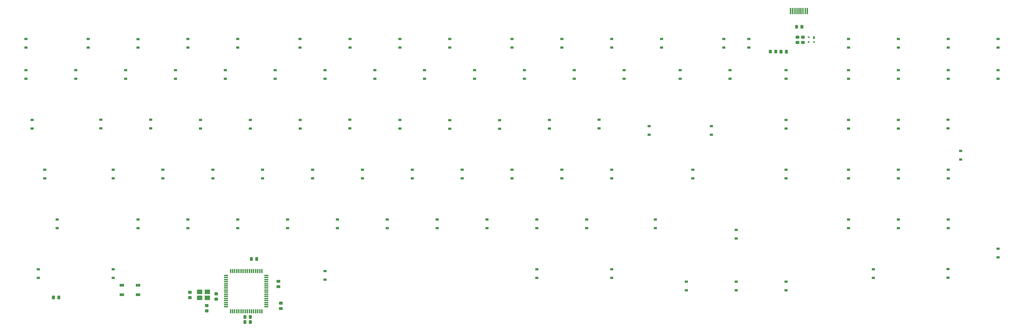
<source format=gbr>
%TF.GenerationSoftware,KiCad,Pcbnew,(5.1.6)-1*%
%TF.CreationDate,2020-07-26T12:10:16+02:00*%
%TF.ProjectId,Proyecto CFS,50726f79-6563-4746-9f20-4346532e6b69,rev?*%
%TF.SameCoordinates,Original*%
%TF.FileFunction,Paste,Bot*%
%TF.FilePolarity,Positive*%
%FSLAX46Y46*%
G04 Gerber Fmt 4.6, Leading zero omitted, Abs format (unit mm)*
G04 Created by KiCad (PCBNEW (5.1.6)-1) date 2020-07-26 12:10:16*
%MOMM*%
%LPD*%
G01*
G04 APERTURE LIST*
%ADD10R,0.600000X2.450000*%
%ADD11R,0.300000X2.450000*%
%ADD12R,1.200000X0.900000*%
%ADD13R,2.100000X1.800000*%
%ADD14R,1.800000X1.100000*%
%ADD15R,0.700000X1.000000*%
%ADD16R,0.700000X0.600000*%
%ADD17R,1.500000X0.550000*%
%ADD18R,0.550000X1.500000*%
G04 APERTURE END LIST*
D10*
%TO.C,USB1*%
X286675000Y-75800000D03*
X280225000Y-75800000D03*
X285900000Y-75800000D03*
X281000000Y-75800000D03*
D11*
X281700000Y-75800000D03*
X285200000Y-75800000D03*
X282200000Y-75800000D03*
X284700000Y-75800000D03*
X282700000Y-75800000D03*
X284200000Y-75800000D03*
X283700000Y-75800000D03*
X283200000Y-75800000D03*
%TD*%
D12*
%TO.C,D101*%
X359568750Y-169987500D03*
X359568750Y-166687500D03*
%TD*%
%TO.C,D99*%
X359575000Y-101650000D03*
X359575000Y-98350000D03*
%TD*%
%TO.C,D97*%
X340500000Y-177830000D03*
X340500000Y-174530000D03*
%TD*%
%TO.C,D95*%
X340518750Y-139751250D03*
X340518750Y-136451250D03*
%TD*%
%TO.C,D85*%
X302418750Y-158820000D03*
X302418750Y-155520000D03*
%TD*%
%TO.C,D84*%
X302418750Y-139780000D03*
X302418750Y-136480000D03*
%TD*%
%TO.C,D82*%
X302418750Y-101672500D03*
X302418750Y-98372500D03*
%TD*%
%TO.C,D80*%
X278606250Y-139762500D03*
X278606250Y-136462500D03*
%TD*%
%TO.C,D78*%
X278606250Y-101672500D03*
X278606250Y-98372500D03*
%TD*%
%TO.C,D72*%
X242887500Y-139751250D03*
X242887500Y-136451250D03*
%TD*%
%TO.C,D64*%
X228600000Y-158812500D03*
X228600000Y-155512500D03*
%TD*%
%TO.C,D63*%
X211931250Y-139751250D03*
X211931250Y-136451250D03*
%TD*%
%TO.C,D61*%
X197643750Y-101672500D03*
X197643750Y-98372500D03*
%TD*%
%TO.C,D58*%
X192881250Y-139751250D03*
X192881250Y-136451250D03*
%TD*%
%TO.C,D56*%
X178593750Y-101672500D03*
X178593750Y-98372500D03*
%TD*%
%TO.C,D54*%
X183356250Y-177862500D03*
X183356250Y-174562500D03*
%TD*%
%TO.C,D53*%
X183356250Y-158821250D03*
X183356250Y-155521250D03*
%TD*%
%TO.C,D52*%
X173831250Y-139751250D03*
X173831250Y-136451250D03*
%TD*%
%TO.C,D50*%
X159543750Y-101672500D03*
X159543750Y-98372500D03*
%TD*%
%TO.C,D48*%
X164306250Y-158830000D03*
X164306250Y-155530000D03*
%TD*%
%TO.C,D45*%
X140420000Y-101670000D03*
X140420000Y-98370000D03*
%TD*%
%TO.C,D43*%
X145256250Y-158830000D03*
X145256250Y-155530000D03*
%TD*%
%TO.C,D42*%
X135731250Y-139751250D03*
X135731250Y-136451250D03*
%TD*%
%TO.C,D40*%
X121443750Y-101672500D03*
X121443750Y-98372500D03*
%TD*%
%TO.C,D38*%
X126206250Y-158821250D03*
X126206250Y-155521250D03*
%TD*%
%TO.C,D37*%
X116681250Y-139751250D03*
X116681250Y-136451250D03*
%TD*%
%TO.C,D35*%
X102393750Y-101672500D03*
X102393750Y-98372500D03*
%TD*%
%TO.C,D31*%
X97631250Y-139751250D03*
X97631250Y-136451250D03*
%TD*%
%TO.C,D29*%
X83343750Y-101672500D03*
X83343750Y-98372500D03*
%TD*%
%TO.C,D27*%
X88106250Y-158821250D03*
X88106250Y-155521250D03*
%TD*%
%TO.C,D26*%
X78525000Y-139750000D03*
X78525000Y-136450000D03*
%TD*%
%TO.C,D24*%
X64293750Y-101672500D03*
X64293750Y-98372500D03*
%TD*%
%TO.C,D22*%
X69056250Y-158850000D03*
X69056250Y-155550000D03*
%TD*%
%TO.C,D21*%
X59531250Y-139751250D03*
X59531250Y-136451250D03*
%TD*%
%TO.C,D19*%
X45243750Y-101672500D03*
X45243750Y-98372500D03*
%TD*%
%TO.C,D17*%
X21431250Y-177862500D03*
X21431250Y-174562500D03*
%TD*%
%TO.C,D16*%
X50006250Y-158850000D03*
X50006250Y-155550000D03*
%TD*%
%TO.C,D15*%
X40411250Y-139751250D03*
X40411250Y-136451250D03*
%TD*%
%TO.C,D13*%
X26193750Y-101672500D03*
X26193750Y-98372500D03*
%TD*%
%TO.C,D11*%
X30956250Y-158850000D03*
X30956250Y-155550000D03*
%TD*%
%TO.C,D10*%
X21431250Y-139751250D03*
X21431250Y-136451250D03*
%TD*%
%TO.C,D8*%
X7143750Y-101672500D03*
X7143750Y-98372500D03*
%TD*%
%TO.C,D6*%
X-7143750Y-177862500D03*
X-7143750Y-174562500D03*
%TD*%
%TO.C,D5*%
X0Y-158850000D03*
X0Y-155550000D03*
%TD*%
%TO.C,D4*%
X-4762500Y-139762500D03*
X-4762500Y-136462500D03*
%TD*%
%TO.C,D2*%
X-11906250Y-101662500D03*
X-11906250Y-98362500D03*
%TD*%
D13*
%TO.C,Y1*%
X54500000Y-185525000D03*
X57400000Y-185525000D03*
X57400000Y-183225000D03*
X54500000Y-183225000D03*
%TD*%
%TO.C,F1*%
G36*
G01*
X284062500Y-82225001D02*
X284062500Y-81324999D01*
G75*
G02*
X284312499Y-81075000I249999J0D01*
G01*
X284962501Y-81075000D01*
G75*
G02*
X285212500Y-81324999I0J-249999D01*
G01*
X285212500Y-82225001D01*
G75*
G02*
X284962501Y-82475000I-249999J0D01*
G01*
X284312499Y-82475000D01*
G75*
G02*
X284062500Y-82225001I0J249999D01*
G01*
G37*
G36*
G01*
X282012500Y-82225001D02*
X282012500Y-81324999D01*
G75*
G02*
X282262499Y-81075000I249999J0D01*
G01*
X282912501Y-81075000D01*
G75*
G02*
X283162500Y-81324999I0J-249999D01*
G01*
X283162500Y-82225001D01*
G75*
G02*
X282912501Y-82475000I-249999J0D01*
G01*
X282262499Y-82475000D01*
G75*
G02*
X282012500Y-82225001I0J249999D01*
G01*
G37*
%TD*%
D14*
%TO.C,SW1*%
X24750000Y-184350000D03*
X30950000Y-184350000D03*
X24750000Y-180650000D03*
X30950000Y-180650000D03*
%TD*%
D12*
%TO.C,D102*%
X278606250Y-182625000D03*
X278606250Y-179325000D03*
%TD*%
D15*
%TO.C,U2*%
X289250000Y-85925000D03*
D16*
X287250000Y-85725000D03*
X289250000Y-87625000D03*
X287250000Y-87625000D03*
%TD*%
D17*
%TO.C,U1*%
X79975000Y-188925000D03*
X79975000Y-188125000D03*
X79975000Y-187325000D03*
X79975000Y-186525000D03*
X79975000Y-185725000D03*
X79975000Y-184925000D03*
X79975000Y-184125000D03*
X79975000Y-183325000D03*
X79975000Y-182525000D03*
X79975000Y-181725000D03*
X79975000Y-180925000D03*
X79975000Y-180125000D03*
X79975000Y-179325000D03*
X79975000Y-178525000D03*
X79975000Y-177725000D03*
X79975000Y-176925000D03*
D18*
X78275000Y-175225000D03*
X77475000Y-175225000D03*
X76675000Y-175225000D03*
X75875000Y-175225000D03*
X75075000Y-175225000D03*
X74275000Y-175225000D03*
X73475000Y-175225000D03*
X72675000Y-175225000D03*
X71875000Y-175225000D03*
X71075000Y-175225000D03*
X70275000Y-175225000D03*
X69475000Y-175225000D03*
X68675000Y-175225000D03*
X67875000Y-175225000D03*
X67075000Y-175225000D03*
X66275000Y-175225000D03*
D17*
X64575000Y-176925000D03*
X64575000Y-177725000D03*
X64575000Y-178525000D03*
X64575000Y-179325000D03*
X64575000Y-180125000D03*
X64575000Y-180925000D03*
X64575000Y-181725000D03*
X64575000Y-182525000D03*
X64575000Y-183325000D03*
X64575000Y-184125000D03*
X64575000Y-184925000D03*
X64575000Y-185725000D03*
X64575000Y-186525000D03*
X64575000Y-187325000D03*
X64575000Y-188125000D03*
X64575000Y-188925000D03*
D18*
X66275000Y-190625000D03*
X67075000Y-190625000D03*
X67875000Y-190625000D03*
X68675000Y-190625000D03*
X69475000Y-190625000D03*
X70275000Y-190625000D03*
X71075000Y-190625000D03*
X71875000Y-190625000D03*
X72675000Y-190625000D03*
X73475000Y-190625000D03*
X74275000Y-190625000D03*
X75075000Y-190625000D03*
X75875000Y-190625000D03*
X76675000Y-190625000D03*
X77475000Y-190625000D03*
X78275000Y-190625000D03*
%TD*%
%TO.C,RC7*%
G36*
G01*
X277224999Y-90874999D02*
X277224999Y-91775001D01*
G75*
G02*
X276975000Y-92025000I-249999J0D01*
G01*
X276324998Y-92025000D01*
G75*
G02*
X276074999Y-91775001I0J249999D01*
G01*
X276074999Y-90874999D01*
G75*
G02*
X276324998Y-90625000I249999J0D01*
G01*
X276975000Y-90625000D01*
G75*
G02*
X277224999Y-90874999I0J-249999D01*
G01*
G37*
G36*
G01*
X279274999Y-90874999D02*
X279274999Y-91775001D01*
G75*
G02*
X279025000Y-92025000I-249999J0D01*
G01*
X278374998Y-92025000D01*
G75*
G02*
X278124999Y-91775001I0J249999D01*
G01*
X278124999Y-90874999D01*
G75*
G02*
X278374998Y-90625000I249999J0D01*
G01*
X279025000Y-90625000D01*
G75*
G02*
X279274999Y-90874999I0J-249999D01*
G01*
G37*
%TD*%
%TO.C,RC6*%
G36*
G01*
X273150000Y-90824999D02*
X273150000Y-91725001D01*
G75*
G02*
X272900001Y-91975000I-249999J0D01*
G01*
X272249999Y-91975000D01*
G75*
G02*
X272000000Y-91725001I0J249999D01*
G01*
X272000000Y-90824999D01*
G75*
G02*
X272249999Y-90575000I249999J0D01*
G01*
X272900001Y-90575000D01*
G75*
G02*
X273150000Y-90824999I0J-249999D01*
G01*
G37*
G36*
G01*
X275200000Y-90824999D02*
X275200000Y-91725001D01*
G75*
G02*
X274950001Y-91975000I-249999J0D01*
G01*
X274299999Y-91975000D01*
G75*
G02*
X274050000Y-91725001I0J249999D01*
G01*
X274050000Y-90824999D01*
G75*
G02*
X274299999Y-90575000I249999J0D01*
G01*
X274950001Y-90575000D01*
G75*
G02*
X275200000Y-90824999I0J-249999D01*
G01*
G37*
%TD*%
%TO.C,RC4*%
G36*
G01*
X75700000Y-171100001D02*
X75700000Y-170199999D01*
G75*
G02*
X75949999Y-169950000I249999J0D01*
G01*
X76600001Y-169950000D01*
G75*
G02*
X76850000Y-170199999I0J-249999D01*
G01*
X76850000Y-171100001D01*
G75*
G02*
X76600001Y-171350000I-249999J0D01*
G01*
X75949999Y-171350000D01*
G75*
G02*
X75700000Y-171100001I0J249999D01*
G01*
G37*
G36*
G01*
X73650000Y-171100001D02*
X73650000Y-170199999D01*
G75*
G02*
X73899999Y-169950000I249999J0D01*
G01*
X74550001Y-169950000D01*
G75*
G02*
X74800000Y-170199999I0J-249999D01*
G01*
X74800000Y-171100001D01*
G75*
G02*
X74550001Y-171350000I-249999J0D01*
G01*
X73899999Y-171350000D01*
G75*
G02*
X73650000Y-171100001I0J249999D01*
G01*
G37*
%TD*%
%TO.C,RC3*%
G36*
G01*
X56724999Y-189925001D02*
X57625001Y-189925001D01*
G75*
G02*
X57875000Y-190175000I0J-249999D01*
G01*
X57875000Y-190825002D01*
G75*
G02*
X57625001Y-191075001I-249999J0D01*
G01*
X56724999Y-191075001D01*
G75*
G02*
X56475000Y-190825002I0J249999D01*
G01*
X56475000Y-190175000D01*
G75*
G02*
X56724999Y-189925001I249999J0D01*
G01*
G37*
G36*
G01*
X56724999Y-187875001D02*
X57625001Y-187875001D01*
G75*
G02*
X57875000Y-188125000I0J-249999D01*
G01*
X57875000Y-188775002D01*
G75*
G02*
X57625001Y-189025001I-249999J0D01*
G01*
X56724999Y-189025001D01*
G75*
G02*
X56475000Y-188775002I0J249999D01*
G01*
X56475000Y-188125000D01*
G75*
G02*
X56724999Y-187875001I249999J0D01*
G01*
G37*
%TD*%
%TO.C,RC2*%
G36*
G01*
X284574999Y-87225000D02*
X285475001Y-87225000D01*
G75*
G02*
X285725000Y-87474999I0J-249999D01*
G01*
X285725000Y-88125001D01*
G75*
G02*
X285475001Y-88375000I-249999J0D01*
G01*
X284574999Y-88375000D01*
G75*
G02*
X284325000Y-88125001I0J249999D01*
G01*
X284325000Y-87474999D01*
G75*
G02*
X284574999Y-87225000I249999J0D01*
G01*
G37*
G36*
G01*
X284574999Y-85175000D02*
X285475001Y-85175000D01*
G75*
G02*
X285725000Y-85424999I0J-249999D01*
G01*
X285725000Y-86075001D01*
G75*
G02*
X285475001Y-86325000I-249999J0D01*
G01*
X284574999Y-86325000D01*
G75*
G02*
X284325000Y-86075001I0J249999D01*
G01*
X284325000Y-85424999D01*
G75*
G02*
X284574999Y-85175000I249999J0D01*
G01*
G37*
%TD*%
%TO.C,RC1*%
G36*
G01*
X283400001Y-86325001D02*
X282499999Y-86325001D01*
G75*
G02*
X282250000Y-86075002I0J249999D01*
G01*
X282250000Y-85425000D01*
G75*
G02*
X282499999Y-85175001I249999J0D01*
G01*
X283400001Y-85175001D01*
G75*
G02*
X283650000Y-85425000I0J-249999D01*
G01*
X283650000Y-86075002D01*
G75*
G02*
X283400001Y-86325001I-249999J0D01*
G01*
G37*
G36*
G01*
X283400001Y-88375001D02*
X282499999Y-88375001D01*
G75*
G02*
X282250000Y-88125002I0J249999D01*
G01*
X282250000Y-87475000D01*
G75*
G02*
X282499999Y-87225001I249999J0D01*
G01*
X283400001Y-87225001D01*
G75*
G02*
X283650000Y-87475000I0J-249999D01*
G01*
X283650000Y-88125002D01*
G75*
G02*
X283400001Y-88375001I-249999J0D01*
G01*
G37*
%TD*%
D12*
%TO.C,D100*%
X345281250Y-132618750D03*
X345281250Y-129318750D03*
%TD*%
%TO.C,D98*%
X359560000Y-86470000D03*
X359560000Y-89770000D03*
%TD*%
%TO.C,D96*%
X340518750Y-158812500D03*
X340518750Y-155512500D03*
%TD*%
%TO.C,D94*%
X340475000Y-120675000D03*
X340475000Y-117375000D03*
%TD*%
%TO.C,D93*%
X340518750Y-101680000D03*
X340518750Y-98380000D03*
%TD*%
%TO.C,D92*%
X340518750Y-86456250D03*
X340518750Y-89756250D03*
%TD*%
%TO.C,D91*%
X321468750Y-158812500D03*
X321468750Y-155512500D03*
%TD*%
%TO.C,D90*%
X321468750Y-139762500D03*
X321468750Y-136462500D03*
%TD*%
%TO.C,D89*%
X321468750Y-120712500D03*
X321468750Y-117412500D03*
%TD*%
%TO.C,D88*%
X321468750Y-101662500D03*
X321468750Y-98362500D03*
%TD*%
%TO.C,D87*%
X321468750Y-86456250D03*
X321468750Y-89756250D03*
%TD*%
%TO.C,D86*%
X311943750Y-177862500D03*
X311943750Y-174562500D03*
%TD*%
%TO.C,D83*%
X302418750Y-120720000D03*
X302418750Y-117420000D03*
%TD*%
%TO.C,D81*%
X302410000Y-86470000D03*
X302410000Y-89770000D03*
%TD*%
%TO.C,D79*%
X278606250Y-120710000D03*
X278606250Y-117410000D03*
%TD*%
%TO.C,D77*%
X264318750Y-86456250D03*
X264318750Y-89756250D03*
%TD*%
%TO.C,D76*%
X257175000Y-101662500D03*
X257175000Y-98362500D03*
%TD*%
%TO.C,D75*%
X254810000Y-86450000D03*
X254810000Y-89750000D03*
%TD*%
%TO.C,D74*%
X259556250Y-182625000D03*
X259556250Y-179325000D03*
%TD*%
%TO.C,D73*%
X259556250Y-162843750D03*
X259556250Y-159543750D03*
%TD*%
%TO.C,D71*%
X250031250Y-123093750D03*
X250031250Y-119793750D03*
%TD*%
%TO.C,D70*%
X238125000Y-101662500D03*
X238125000Y-98362500D03*
%TD*%
%TO.C,D69*%
X240506250Y-182625000D03*
X240506250Y-179325000D03*
%TD*%
%TO.C,D68*%
X226218750Y-123093750D03*
X226218750Y-119793750D03*
%TD*%
%TO.C,D67*%
X216693750Y-101662500D03*
X216693750Y-98362500D03*
%TD*%
%TO.C,D66*%
X230981250Y-86456250D03*
X230981250Y-89756250D03*
%TD*%
%TO.C,D65*%
X211931250Y-177862500D03*
X211931250Y-174562500D03*
%TD*%
%TO.C,D62*%
X207140000Y-120640000D03*
X207140000Y-117340000D03*
%TD*%
%TO.C,D60*%
X211931250Y-86456250D03*
X211931250Y-89756250D03*
%TD*%
%TO.C,D59*%
X202406250Y-158812500D03*
X202406250Y-155512500D03*
%TD*%
%TO.C,D57*%
X188118750Y-120740000D03*
X188118750Y-117440000D03*
%TD*%
%TO.C,D55*%
X192881250Y-86456250D03*
X192881250Y-89756250D03*
%TD*%
%TO.C,D51*%
X169068750Y-120800000D03*
X169068750Y-117500000D03*
%TD*%
%TO.C,D49*%
X173831250Y-86456250D03*
X173831250Y-89756250D03*
%TD*%
%TO.C,D47*%
X154781250Y-139762500D03*
X154781250Y-136462500D03*
%TD*%
%TO.C,D46*%
X150018750Y-120770000D03*
X150018750Y-117470000D03*
%TD*%
%TO.C,D44*%
X150030000Y-86450000D03*
X150030000Y-89750000D03*
%TD*%
%TO.C,D41*%
X130968750Y-120712500D03*
X130968750Y-117412500D03*
%TD*%
%TO.C,D39*%
X130968750Y-86456250D03*
X130968750Y-89756250D03*
%TD*%
%TO.C,D36*%
X111890000Y-120680000D03*
X111890000Y-117380000D03*
%TD*%
%TO.C,D34*%
X111918750Y-86456250D03*
X111918750Y-89756250D03*
%TD*%
%TO.C,D33*%
X102393750Y-178593750D03*
X102393750Y-175293750D03*
%TD*%
%TO.C,D32*%
X107120000Y-158840000D03*
X107120000Y-155540000D03*
%TD*%
%TO.C,D30*%
X92868750Y-120690000D03*
X92868750Y-117390000D03*
%TD*%
%TO.C,D28*%
X92850000Y-86460000D03*
X92850000Y-89760000D03*
%TD*%
%TO.C,D25*%
X73818750Y-120712500D03*
X73818750Y-117412500D03*
%TD*%
%TO.C,D23*%
X69000000Y-86456250D03*
X69000000Y-89756250D03*
%TD*%
%TO.C,D20*%
X54768750Y-120750000D03*
X54768750Y-117450000D03*
%TD*%
%TO.C,D18*%
X49970000Y-86460000D03*
X49970000Y-89760000D03*
%TD*%
%TO.C,D14*%
X35790000Y-120680000D03*
X35790000Y-117380000D03*
%TD*%
%TO.C,D12*%
X30890000Y-86480000D03*
X30890000Y-89780000D03*
%TD*%
%TO.C,D9*%
X16668750Y-120660000D03*
X16668750Y-117360000D03*
%TD*%
%TO.C,D7*%
X11906250Y-86456250D03*
X11906250Y-89756250D03*
%TD*%
%TO.C,D3*%
X-9525000Y-120712500D03*
X-9525000Y-117412500D03*
%TD*%
%TO.C,D1*%
X-11906250Y-86456250D03*
X-11906250Y-89756250D03*
%TD*%
%TO.C,C8*%
G36*
G01*
X-825000Y-184899999D02*
X-825000Y-185800001D01*
G75*
G02*
X-1074999Y-186050000I-249999J0D01*
G01*
X-1725001Y-186050000D01*
G75*
G02*
X-1975000Y-185800001I0J249999D01*
G01*
X-1975000Y-184899999D01*
G75*
G02*
X-1725001Y-184650000I249999J0D01*
G01*
X-1074999Y-184650000D01*
G75*
G02*
X-825000Y-184899999I0J-249999D01*
G01*
G37*
G36*
G01*
X1225000Y-184899999D02*
X1225000Y-185800001D01*
G75*
G02*
X975001Y-186050000I-249999J0D01*
G01*
X324999Y-186050000D01*
G75*
G02*
X75000Y-185800001I0J249999D01*
G01*
X75000Y-184899999D01*
G75*
G02*
X324999Y-184650000I249999J0D01*
G01*
X975001Y-184650000D01*
G75*
G02*
X1225000Y-184899999I0J-249999D01*
G01*
G37*
%TD*%
%TO.C,C7*%
G36*
G01*
X85049999Y-189025001D02*
X85950001Y-189025001D01*
G75*
G02*
X86200000Y-189275000I0J-249999D01*
G01*
X86200000Y-189925002D01*
G75*
G02*
X85950001Y-190175001I-249999J0D01*
G01*
X85049999Y-190175001D01*
G75*
G02*
X84800000Y-189925002I0J249999D01*
G01*
X84800000Y-189275000D01*
G75*
G02*
X85049999Y-189025001I249999J0D01*
G01*
G37*
G36*
G01*
X85049999Y-186975001D02*
X85950001Y-186975001D01*
G75*
G02*
X86200000Y-187225000I0J-249999D01*
G01*
X86200000Y-187875002D01*
G75*
G02*
X85950001Y-188125001I-249999J0D01*
G01*
X85049999Y-188125001D01*
G75*
G02*
X84800000Y-187875002I0J249999D01*
G01*
X84800000Y-187225000D01*
G75*
G02*
X85049999Y-186975001I249999J0D01*
G01*
G37*
%TD*%
%TO.C,C6*%
G36*
G01*
X72350000Y-192374999D02*
X72350000Y-193275001D01*
G75*
G02*
X72100001Y-193525000I-249999J0D01*
G01*
X71449999Y-193525000D01*
G75*
G02*
X71200000Y-193275001I0J249999D01*
G01*
X71200000Y-192374999D01*
G75*
G02*
X71449999Y-192125000I249999J0D01*
G01*
X72100001Y-192125000D01*
G75*
G02*
X72350000Y-192374999I0J-249999D01*
G01*
G37*
G36*
G01*
X74400000Y-192374999D02*
X74400000Y-193275001D01*
G75*
G02*
X74150001Y-193525000I-249999J0D01*
G01*
X73499999Y-193525000D01*
G75*
G02*
X73250000Y-193275001I0J249999D01*
G01*
X73250000Y-192374999D01*
G75*
G02*
X73499999Y-192125000I249999J0D01*
G01*
X74150001Y-192125000D01*
G75*
G02*
X74400000Y-192374999I0J-249999D01*
G01*
G37*
%TD*%
%TO.C,C5*%
G36*
G01*
X85025001Y-179749999D02*
X84124999Y-179749999D01*
G75*
G02*
X83875000Y-179500000I0J249999D01*
G01*
X83875000Y-178849998D01*
G75*
G02*
X84124999Y-178599999I249999J0D01*
G01*
X85025001Y-178599999D01*
G75*
G02*
X85275000Y-178849998I0J-249999D01*
G01*
X85275000Y-179500000D01*
G75*
G02*
X85025001Y-179749999I-249999J0D01*
G01*
G37*
G36*
G01*
X85025001Y-181799999D02*
X84124999Y-181799999D01*
G75*
G02*
X83875000Y-181550000I0J249999D01*
G01*
X83875000Y-180899998D01*
G75*
G02*
X84124999Y-180649999I249999J0D01*
G01*
X85025001Y-180649999D01*
G75*
G02*
X85275000Y-180899998I0J-249999D01*
G01*
X85275000Y-181550000D01*
G75*
G02*
X85025001Y-181799999I-249999J0D01*
G01*
G37*
%TD*%
%TO.C,C4*%
G36*
G01*
X60349999Y-185425000D02*
X61250001Y-185425000D01*
G75*
G02*
X61500000Y-185674999I0J-249999D01*
G01*
X61500000Y-186325001D01*
G75*
G02*
X61250001Y-186575000I-249999J0D01*
G01*
X60349999Y-186575000D01*
G75*
G02*
X60100000Y-186325001I0J249999D01*
G01*
X60100000Y-185674999D01*
G75*
G02*
X60349999Y-185425000I249999J0D01*
G01*
G37*
G36*
G01*
X60349999Y-183375000D02*
X61250001Y-183375000D01*
G75*
G02*
X61500000Y-183624999I0J-249999D01*
G01*
X61500000Y-184275001D01*
G75*
G02*
X61250001Y-184525000I-249999J0D01*
G01*
X60349999Y-184525000D01*
G75*
G02*
X60100000Y-184275001I0J249999D01*
G01*
X60100000Y-183624999D01*
G75*
G02*
X60349999Y-183375000I249999J0D01*
G01*
G37*
%TD*%
%TO.C,C3*%
G36*
G01*
X50299999Y-184850000D02*
X51200001Y-184850000D01*
G75*
G02*
X51450000Y-185099999I0J-249999D01*
G01*
X51450000Y-185750001D01*
G75*
G02*
X51200001Y-186000000I-249999J0D01*
G01*
X50299999Y-186000000D01*
G75*
G02*
X50050000Y-185750001I0J249999D01*
G01*
X50050000Y-185099999D01*
G75*
G02*
X50299999Y-184850000I249999J0D01*
G01*
G37*
G36*
G01*
X50299999Y-182800000D02*
X51200001Y-182800000D01*
G75*
G02*
X51450000Y-183049999I0J-249999D01*
G01*
X51450000Y-183700001D01*
G75*
G02*
X51200001Y-183950000I-249999J0D01*
G01*
X50299999Y-183950000D01*
G75*
G02*
X50050000Y-183700001I0J249999D01*
G01*
X50050000Y-183049999D01*
G75*
G02*
X50299999Y-182800000I249999J0D01*
G01*
G37*
%TD*%
%TO.C,C2*%
G36*
G01*
X73250000Y-195225001D02*
X73250000Y-194324999D01*
G75*
G02*
X73499999Y-194075000I249999J0D01*
G01*
X74150001Y-194075000D01*
G75*
G02*
X74400000Y-194324999I0J-249999D01*
G01*
X74400000Y-195225001D01*
G75*
G02*
X74150001Y-195475000I-249999J0D01*
G01*
X73499999Y-195475000D01*
G75*
G02*
X73250000Y-195225001I0J249999D01*
G01*
G37*
G36*
G01*
X71200000Y-195225001D02*
X71200000Y-194324999D01*
G75*
G02*
X71449999Y-194075000I249999J0D01*
G01*
X72100001Y-194075000D01*
G75*
G02*
X72350000Y-194324999I0J-249999D01*
G01*
X72350000Y-195225001D01*
G75*
G02*
X72100001Y-195475000I-249999J0D01*
G01*
X71449999Y-195475000D01*
G75*
G02*
X71200000Y-195225001I0J249999D01*
G01*
G37*
%TD*%
M02*

</source>
